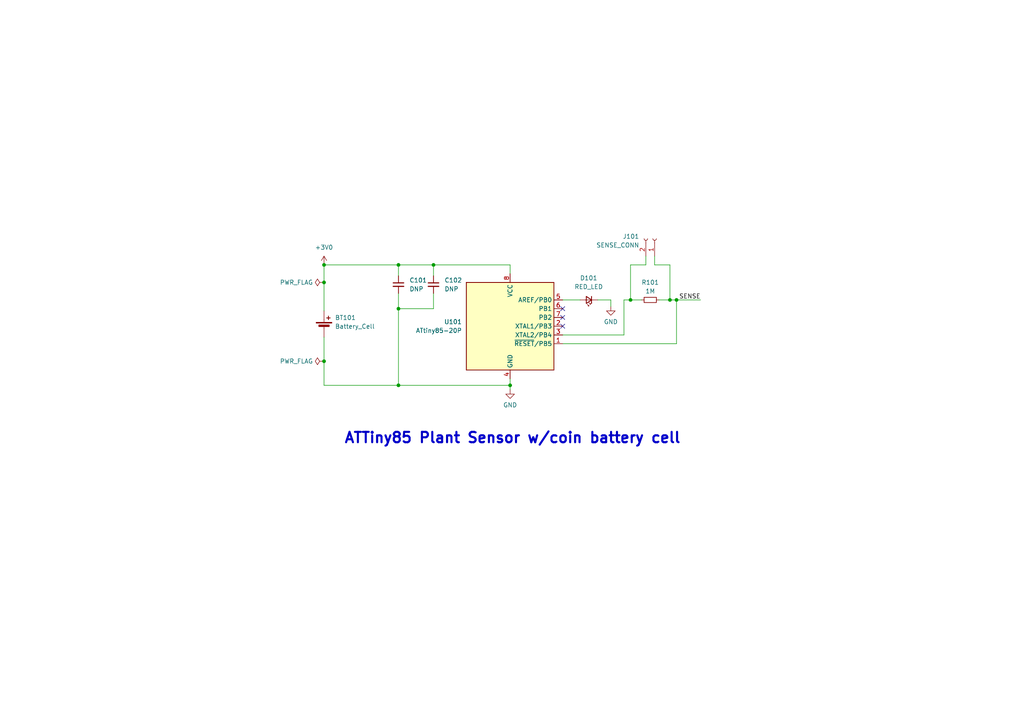
<source format=kicad_sch>
(kicad_sch (version 20230121) (generator eeschema)
  (paper "A4")
  (title_block (title "Tiny Plant Sensor") (date "2024-02-12") (rev "1") (company "Sinisha Stojchevski"))
  (lib_symbols
    (symbol "Connector:Conn_01x02_Socket" (pin_names (offset 1.016) hide)
      (property "Reference" "J" (at 0 2.54 0))
      (property "Value" "Conn_01x02_Socket" (at 0 -5.08 0))
      (symbol "Conn_01x02_Socket_1_1"
        (arc (start 0 -2.032) (mid -0.5058 -2.54) (end 0 -3.048) (stroke (width 0.1524)))
        (polyline (pts (xy -1.27 -2.54) (xy -0.508 -2.54)) (stroke (width 0.1524)))
        (polyline (pts (xy -1.27 0) (xy -0.508 0)) (stroke (width 0.1524)))
        (arc (start 0 0.508) (mid -0.5058 0) (end 0 -0.508) (stroke (width 0.1524)))
        (pin passive line (at -5.08 0 0) (length 3.81) (name "Pin_1") (number "1"))
        (pin passive line (at -5.08 -2.54 0) (length 3.81) (name "Pin_2") (number "2"))
      )
    )
    (symbol "Device:Battery_Cell" (pin_numbers hide) (pin_names (offset 0) hide)
      (property "Reference" "BT" (at 2.54 2.54 0))
      (property "Value" "Battery_Cell" (at 2.54 0 0))
      (symbol "Battery_Cell_0_1"
        (rectangle (start -2.286 1.778) (end 2.286 1.524) (fill (type outline)))
        (rectangle (start -1.524 1.016) (end 1.524 0.508) (fill (type outline)))
        (polyline (pts (xy 0 0.762) (xy 0 0)))
        (polyline (pts (xy 0 1.778) (xy 0 2.54)))
        (polyline (pts (xy 0.762 3.048) (xy 1.778 3.048)) (stroke (width 0.254)))
        (polyline (pts (xy 1.27 3.556) (xy 1.27 2.54)) (stroke (width 0.254)))
      )
      (symbol "Battery_Cell_1_1"
        (pin passive line (at 0 5.08 270) (length 2.54) (name "+") (number "1"))
        (pin passive line (at 0 -2.54 90) (length 2.54) (name "-") (number "2"))
      )
    )
    (symbol "Device:C_Small" (pin_numbers hide) (pin_names (offset 0.254) hide)
      (property "Reference" "C" (at 0.254 1.778 0))
      (property "Value" "C_Small" (at 0.254 -2.032 0))
      (symbol "C_Small_0_1"
        (polyline (pts (xy -1.524 -0.508) (xy 1.524 -0.508)) (stroke (width 0.3302)))
        (polyline (pts (xy -1.524 0.508) (xy 1.524 0.508)) (stroke (width 0.3048)))
      )
      (symbol "C_Small_1_1"
        (pin passive line (at 0 2.54 270) (length 2.032) (name "~") (number "1"))
        (pin passive line (at 0 -2.54 90) (length 2.032) (name "~") (number "2"))
      )
    )
    (symbol "Device:LED_Small" (pin_numbers hide) (pin_names (offset 0.254) hide)
      (property "Reference" "D" (at -1.27 3.175 0))
      (property "Value" "LED_Small" (at -4.445 -2.54 0))
      (symbol "LED_Small_0_1"
        (polyline (pts (xy -0.762 -1.016) (xy -0.762 1.016)) (stroke (width 0.254)))
        (polyline (pts (xy 1.016 0) (xy -0.762 0)))
        (polyline (pts (xy 0.762 -1.016) (xy -0.762 0) (xy 0.762 1.016) (xy 0.762 -1.016)) (stroke (width 0.254)))
        (polyline (pts (xy 0 0.762) (xy -0.508 1.27) (xy -0.254 1.27) (xy -0.508 1.27) (xy -0.508 1.016)))
        (polyline (pts (xy 0.508 1.27) (xy 0 1.778) (xy 0.254 1.778) (xy 0 1.778) (xy 0 1.524)))
      )
      (symbol "LED_Small_1_1"
        (pin passive line (at -2.54 0 0) (length 1.778) (name "K") (number "1"))
        (pin passive line (at 2.54 0 180) (length 1.778) (name "A") (number "2"))
      )
    )
    (symbol "Device:R_Small" (pin_numbers hide) (pin_names (offset 0.254) hide)
      (property "Reference" "R" (at 0.762 0.508 0))
      (property "Value" "R_Small" (at 0.762 -1.016 0))
      (symbol "R_Small_0_1"
        (rectangle (start -0.762 1.778) (end 0.762 -1.778) (stroke (width 0.2032)))
      )
      (symbol "R_Small_1_1"
        (pin passive line (at 0 2.54 270) (length 0.762) (name "~") (number "1"))
        (pin passive line (at 0 -2.54 90) (length 0.762) (name "~") (number "2"))
      )
    )
    (symbol "MCU_Microchip_ATtiny:ATtiny85-20P"
      (property "Reference" "U" (at -12.7 13.97 0))
      (property "Value" "ATtiny85-20P" (at 2.54 -13.97 0))
      (symbol "ATtiny85-20P_0_1"
        (rectangle (start -12.7 -12.7) (end 12.7 12.7) (stroke (width 0.254)) (fill (type background)))
      )
      (symbol "ATtiny85-20P_1_1"
        (pin bidirectional line (at 15.24 -5.08 180) (length 2.54) (name "~{RESET}/PB5") (number "1"))
        (pin bidirectional line (at 15.24 0 180) (length 2.54) (name "XTAL1/PB3") (number "2"))
        (pin bidirectional line (at 15.24 -2.54 180) (length 2.54) (name "XTAL2/PB4") (number "3"))
        (pin power_in line (at 0 -15.24 90) (length 2.54) (name "GND") (number "4"))
        (pin bidirectional line (at 15.24 7.62 180) (length 2.54) (name "AREF/PB0") (number "5"))
        (pin bidirectional line (at 15.24 5.08 180) (length 2.54) (name "PB1") (number "6"))
        (pin bidirectional line (at 15.24 2.54 180) (length 2.54) (name "PB2") (number "7"))
        (pin power_in line (at 0 15.24 270) (length 2.54) (name "VCC") (number "8"))
      )
    )
    (symbol "power:+3V0" (power) (pin_names (offset 0))
      (property "Value" "+3V0" (at 0 3.556 0))
      (symbol "+3V0_0_1"
        (polyline (pts (xy -0.762 1.27) (xy 0 2.54)))
        (polyline (pts (xy 0 0) (xy 0 2.54)))
        (polyline (pts (xy 0 2.54) (xy 0.762 1.27)))
      )
      (symbol "+3V0_1_1"
        (pin power_in line (at 0 0 90) (length 0) hide (name "+3V0") (number "1"))
      )
    )
    (symbol "power:GND" (power) (pin_names (offset 0))
      (property "Value" "GND" (at 0 -3.81 0))
      (symbol "GND_0_1"
        (polyline (pts (xy 0 0) (xy 0 -1.27) (xy 1.27 -1.27) (xy 0 -2.54) (xy -1.27 -1.27) (xy 0 -1.27)))
      )
      (symbol "GND_1_1"
        (pin power_in line (at 0 0 270) (length 0) hide (name "GND") (number "1"))
      )
    )
    (symbol "power:PWR_FLAG" (power) (pin_numbers hide) (pin_names (offset 0) hide)
      (property "Value" "PWR_FLAG" (at 0 3.81 0))
      (symbol "PWR_FLAG_0_0"
        (pin power_out line (at 0 0 90) (length 0) (name "pwr") (number "1"))
      )
      (symbol "PWR_FLAG_0_1"
        (polyline (pts (xy 0 0) (xy 0 1.27) (xy -1.016 1.905) (xy 0 2.54) (xy 1.016 1.905) (xy 0 1.27)))
      )
    )
  )
  (junction (at 194.31 86.995))
  (junction (at 182.88 86.995))
  (junction (at 147.955 111.76))
  (junction (at 93.98 81.915))
  (junction (at 196.215 86.995))
  (junction (at 93.98 76.835))
  (junction (at 125.73 76.835))
  (junction (at 115.57 89.535))
  (junction (at 115.57 76.835))
  (junction (at 115.57 111.76))
  (junction (at 93.98 104.775))
  (no_connect (at 163.195 92.075))
  (no_connect (at 163.195 94.615))
  (no_connect (at 163.195 89.535))
  (wire (pts (xy 163.195 99.695) (xy 196.215 99.695)))
  (wire (pts (xy 147.955 76.835) (xy 147.955 79.375)))
  (wire (pts (xy 93.98 76.835) (xy 115.57 76.835)))
  (wire (pts (xy 93.98 111.76) (xy 115.57 111.76)))
  (wire (pts (xy 163.195 97.155) (xy 180.975 97.155)))
  (wire (pts (xy 115.57 111.76) (xy 147.955 111.76)))
  (wire (pts (xy 163.195 86.995) (xy 168.275 86.995)))
  (wire (pts (xy 115.57 85.09) (xy 115.57 89.535)))
  (wire (pts (xy 93.98 104.775) (xy 93.98 111.76)))
  (wire (pts (xy 182.88 76.835) (xy 182.88 86.995)))
  (wire (pts (xy 177.165 86.995) (xy 177.165 88.9)))
  (wire (pts (xy 194.31 86.995) (xy 196.215 86.995)))
  (wire (pts (xy 196.215 86.995) (xy 203.2 86.995)))
  (wire (pts (xy 125.73 89.535) (xy 115.57 89.535)))
  (wire (pts (xy 125.73 76.835) (xy 147.955 76.835)))
  (wire (pts (xy 180.975 97.155) (xy 180.975 86.995)))
  (wire (pts (xy 180.975 86.995) (xy 182.88 86.995)))
  (wire (pts (xy 194.31 76.835) (xy 194.31 86.995)))
  (wire (pts (xy 125.73 76.835) (xy 125.73 80.01)))
  (wire (pts (xy 93.98 81.915) (xy 93.98 76.835)))
  (wire (pts (xy 125.73 85.09) (xy 125.73 89.535)))
  (wire (pts (xy 93.98 97.79) (xy 93.98 104.775)))
  (wire (pts (xy 187.325 74.295) (xy 187.325 76.835)))
  (wire (pts (xy 115.57 89.535) (xy 115.57 111.76)))
  (wire (pts (xy 115.57 76.835) (xy 125.73 76.835)))
  (wire (pts (xy 93.98 90.17) (xy 93.98 81.915)))
  (wire (pts (xy 115.57 76.835) (xy 115.57 80.01)))
  (wire (pts (xy 182.88 86.995) (xy 186.055 86.995)))
  (wire (pts (xy 173.355 86.995) (xy 177.165 86.995)))
  (wire (pts (xy 189.865 76.835) (xy 194.31 76.835)))
  (wire (pts (xy 147.955 111.76) (xy 147.955 113.03)))
  (wire (pts (xy 191.135 86.995) (xy 194.31 86.995)))
  (wire (pts (xy 187.325 76.835) (xy 182.88 76.835)))
  (wire (pts (xy 147.955 111.76) (xy 147.955 109.855)))
  (wire (pts (xy 196.215 99.695) (xy 196.215 86.995)))
  (wire (pts (xy 189.865 74.295) (xy 189.865 76.835)))
  (text "ATTiny85 Plant Sensor w/coin battery cell" (at 99.695 128.905 0) (effects (font (size 3 3) (thickness 0.6) bold) (justify left bottom)))
  (label "SENSE" (at 203.2 86.995 180))
  (symbol (lib_id "Device:C_Small") (at 115.57 82.55 0) (unit 1)
    (property "Reference" "C101" (at 118.745 81.2863 0) (effects (justify left)))
    (property "Value" "DNP" (at 118.745 83.8263 0) (effects (justify left)))
    (property "Footprint" "Capacitor_SMD:C_0805_2012Metric_Pad1.18x1.45mm_HandSolder" (effects hide))
  )
  (symbol (lib_id "Connector:Conn_01x02_Socket") (at 189.865 69.215 270) (mirror x) (unit 1)
    (property "Reference" "J101" (at 185.42 68.58 90) (effects (justify right)))
    (property "Value" "SENSE_CONN" (at 185.42 71.12 90) (effects (justify right)))
    (property "Footprint" "Connector_Wire:SolderWire-0.5sqmm_1x02_P4.6mm_D0.9mm_OD2.1mm" (effects hide))
  )
  (symbol (lib_id "Device:LED_Small") (at 170.815 86.995 180) (unit 1)
    (property "Reference" "D101" (at 170.7515 80.645 0))
    (property "Value" "RED_LED" (at 170.7515 83.185 0))
    (property "Footprint" "LED_THT:LED_D3.0mm" (effects hide))
  )
  (symbol (lib_id "Device:C_Small") (at 125.73 82.55 0) (unit 1)
    (property "Reference" "C102" (at 128.905 81.2863 0) (effects (justify left)))
    (property "Value" "DNP" (at 128.905 83.8263 0) (effects (justify left)))
    (property "Footprint" "Capacitor_SMD:C_0603_1608Metric_Pad1.08x0.95mm_HandSolder" (effects hide))
  )
  (symbol (lib_id "power:+3V0") (at 93.98 76.835 0) (unit 1)
    (property "Reference" "#PWR0103" (effects hide))
    (property "Value" "+3V0" (at 93.98 71.755 0))
  )
  (symbol (lib_id "power:PWR_FLAG") (at 93.98 81.915 90) (unit 1)
    (property "Reference" "#FLG0101" (effects hide))
    (property "Value" "PWR_FLAG" (at 90.805 81.915 90) (effects (justify left)))
  )
  (symbol (lib_id "power:PWR_FLAG") (at 93.98 104.775 90) (unit 1)
    (property "Reference" "#FLG0102" (effects hide))
    (property "Value" "PWR_FLAG" (at 90.805 104.775 90) (effects (justify left)))
  )
  (symbol (lib_id "power:GND") (at 177.165 88.9 0) (unit 1)
    (property "Reference" "#PWR0102" (effects hide))
    (property "Value" "GND" (at 177.165 93.345 0))
  )
  (symbol (lib_id "MCU_Microchip_ATtiny:ATtiny85-20P") (at 147.955 94.615 0) (unit 1)
    (property "Reference" "U101" (at 133.985 93.345 0) (effects (justify right)))
    (property "Value" "ATtiny85-20P" (at 133.985 95.885 0) (effects (justify right)))
    (property "Footprint" "Package_DIP:DIP-8_W7.62mm_Socket" (effects hide))
    (property "Datasheet" "http://ww1.microchip.com/downloads/en/DeviceDoc/atmel-2586-avr-8-bit-microcontroller-attiny25-attiny45-attiny85_datasheet.pdf" (effects hide))
  )
  (symbol (lib_id "power:GND") (at 147.955 113.03 0) (unit 1)
    (property "Reference" "#PWR0101" (effects hide))
    (property "Value" "GND" (at 147.955 117.475 0))
  )
  (symbol (lib_id "Device:R_Small") (at 188.595 86.995 90) (unit 1)
    (property "Reference" "R101" (at 188.595 81.915 90))
    (property "Value" "1M" (at 188.595 84.455 90))
    (property "Footprint" "Resistor_THT:R_Axial_DIN0204_L3.6mm_D1.6mm_P5.08mm_Horizontal" (effects hide))
  )
  (symbol (lib_id "Device:Battery_Cell") (at 93.98 95.25 0) (unit 1)
    (property "Reference" "BT101" (at 97.155 92.1385 0) (effects (justify left)))
    (property "Value" "Battery_Cell" (at 97.155 94.6785 0) (effects (justify left)))
    (property "Footprint" "Battery:BatteryHolder_Keystone_103_1x20mm" (effects hide))
  )
)
</source>
